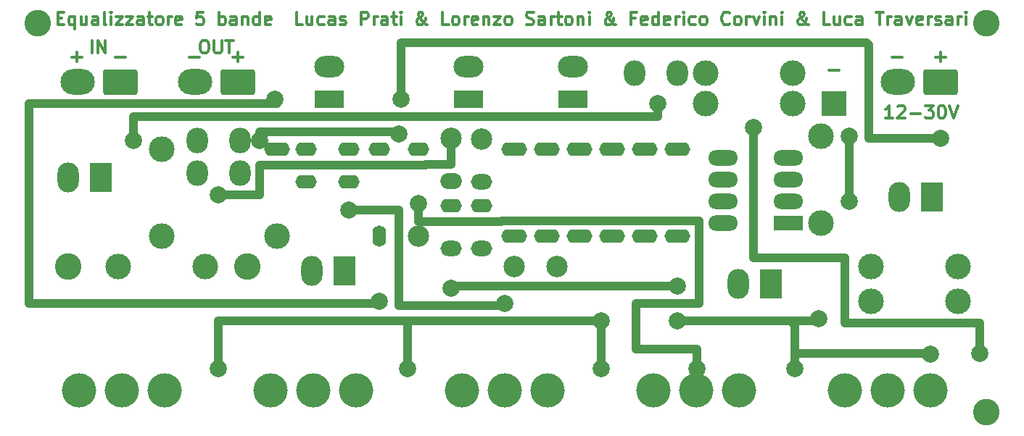
<source format=gbr>
%TF.GenerationSoftware,KiCad,Pcbnew,(5.1.9)-1*%
%TF.CreationDate,2022-01-13T14:55:30+01:00*%
%TF.ProjectId,Equalizzatore Prati,45717561-6c69-47a7-9a61-746f72652050,rev?*%
%TF.SameCoordinates,Original*%
%TF.FileFunction,Copper,L1,Top*%
%TF.FilePolarity,Positive*%
%FSLAX46Y46*%
G04 Gerber Fmt 4.6, Leading zero omitted, Abs format (unit mm)*
G04 Created by KiCad (PCBNEW (5.1.9)-1) date 2022-01-13 14:55:30*
%MOMM*%
%LPD*%
G01*
G04 APERTURE LIST*
%TA.AperFunction,NonConductor*%
%ADD10C,0.300000*%
%TD*%
%TA.AperFunction,ComponentPad*%
%ADD11R,2.500000X3.500000*%
%TD*%
%TA.AperFunction,ComponentPad*%
%ADD12O,2.500000X3.500000*%
%TD*%
%TA.AperFunction,ComponentPad*%
%ADD13R,3.500000X2.000000*%
%TD*%
%TA.AperFunction,ComponentPad*%
%ADD14O,3.500000X2.500000*%
%TD*%
%TA.AperFunction,ComponentPad*%
%ADD15O,2.500000X3.000000*%
%TD*%
%TA.AperFunction,ComponentPad*%
%ADD16O,2.500000X1.900000*%
%TD*%
%TA.AperFunction,ComponentPad*%
%ADD17C,2.500000*%
%TD*%
%TA.AperFunction,ComponentPad*%
%ADD18O,2.500000X1.800000*%
%TD*%
%TA.AperFunction,ComponentPad*%
%ADD19O,2.500000X1.600000*%
%TD*%
%TA.AperFunction,ComponentPad*%
%ADD20O,4.000000X3.000000*%
%TD*%
%TA.AperFunction,ComponentPad*%
%ADD21R,3.000000X3.000000*%
%TD*%
%TA.AperFunction,ComponentPad*%
%ADD22C,3.000000*%
%TD*%
%TA.AperFunction,ComponentPad*%
%ADD23C,4.000000*%
%TD*%
%TA.AperFunction,ComponentPad*%
%ADD24O,3.000000X1.600000*%
%TD*%
%TA.AperFunction,ComponentPad*%
%ADD25O,1.600000X2.500000*%
%TD*%
%TA.AperFunction,ComponentPad*%
%ADD26R,3.500000X1.800000*%
%TD*%
%TA.AperFunction,ComponentPad*%
%ADD27O,3.500000X1.800000*%
%TD*%
%TA.AperFunction,ViaPad*%
%ADD28C,3.100000*%
%TD*%
%TA.AperFunction,ViaPad*%
%ADD29C,2.000000*%
%TD*%
%TA.AperFunction,Conductor*%
%ADD30C,1.000000*%
%TD*%
G04 APERTURE END LIST*
D10*
X104444285Y-83458857D02*
X104944285Y-83458857D01*
X105158571Y-84244571D02*
X104444285Y-84244571D01*
X104444285Y-82744571D01*
X105158571Y-82744571D01*
X106444285Y-83244571D02*
X106444285Y-84744571D01*
X106444285Y-84173142D02*
X106301428Y-84244571D01*
X106015714Y-84244571D01*
X105872857Y-84173142D01*
X105801428Y-84101714D01*
X105730000Y-83958857D01*
X105730000Y-83530285D01*
X105801428Y-83387428D01*
X105872857Y-83316000D01*
X106015714Y-83244571D01*
X106301428Y-83244571D01*
X106444285Y-83316000D01*
X107801428Y-83244571D02*
X107801428Y-84244571D01*
X107158571Y-83244571D02*
X107158571Y-84030285D01*
X107230000Y-84173142D01*
X107372857Y-84244571D01*
X107587142Y-84244571D01*
X107730000Y-84173142D01*
X107801428Y-84101714D01*
X109158571Y-84244571D02*
X109158571Y-83458857D01*
X109087142Y-83316000D01*
X108944285Y-83244571D01*
X108658571Y-83244571D01*
X108515714Y-83316000D01*
X109158571Y-84173142D02*
X109015714Y-84244571D01*
X108658571Y-84244571D01*
X108515714Y-84173142D01*
X108444285Y-84030285D01*
X108444285Y-83887428D01*
X108515714Y-83744571D01*
X108658571Y-83673142D01*
X109015714Y-83673142D01*
X109158571Y-83601714D01*
X110087142Y-84244571D02*
X109944285Y-84173142D01*
X109872857Y-84030285D01*
X109872857Y-82744571D01*
X110658571Y-84244571D02*
X110658571Y-83244571D01*
X110658571Y-82744571D02*
X110587142Y-82816000D01*
X110658571Y-82887428D01*
X110730000Y-82816000D01*
X110658571Y-82744571D01*
X110658571Y-82887428D01*
X111230000Y-83244571D02*
X112015714Y-83244571D01*
X111230000Y-84244571D01*
X112015714Y-84244571D01*
X112444285Y-83244571D02*
X113230000Y-83244571D01*
X112444285Y-84244571D01*
X113230000Y-84244571D01*
X114444285Y-84244571D02*
X114444285Y-83458857D01*
X114372857Y-83316000D01*
X114230000Y-83244571D01*
X113944285Y-83244571D01*
X113801428Y-83316000D01*
X114444285Y-84173142D02*
X114301428Y-84244571D01*
X113944285Y-84244571D01*
X113801428Y-84173142D01*
X113730000Y-84030285D01*
X113730000Y-83887428D01*
X113801428Y-83744571D01*
X113944285Y-83673142D01*
X114301428Y-83673142D01*
X114444285Y-83601714D01*
X114944285Y-83244571D02*
X115515714Y-83244571D01*
X115158571Y-82744571D02*
X115158571Y-84030285D01*
X115230000Y-84173142D01*
X115372857Y-84244571D01*
X115515714Y-84244571D01*
X116230000Y-84244571D02*
X116087142Y-84173142D01*
X116015714Y-84101714D01*
X115944285Y-83958857D01*
X115944285Y-83530285D01*
X116015714Y-83387428D01*
X116087142Y-83316000D01*
X116230000Y-83244571D01*
X116444285Y-83244571D01*
X116587142Y-83316000D01*
X116658571Y-83387428D01*
X116730000Y-83530285D01*
X116730000Y-83958857D01*
X116658571Y-84101714D01*
X116587142Y-84173142D01*
X116444285Y-84244571D01*
X116230000Y-84244571D01*
X117372857Y-84244571D02*
X117372857Y-83244571D01*
X117372857Y-83530285D02*
X117444285Y-83387428D01*
X117515714Y-83316000D01*
X117658571Y-83244571D01*
X117801428Y-83244571D01*
X118872857Y-84173142D02*
X118730000Y-84244571D01*
X118444285Y-84244571D01*
X118301428Y-84173142D01*
X118230000Y-84030285D01*
X118230000Y-83458857D01*
X118301428Y-83316000D01*
X118444285Y-83244571D01*
X118730000Y-83244571D01*
X118872857Y-83316000D01*
X118944285Y-83458857D01*
X118944285Y-83601714D01*
X118230000Y-83744571D01*
X121444285Y-82744571D02*
X120730000Y-82744571D01*
X120658571Y-83458857D01*
X120730000Y-83387428D01*
X120872857Y-83316000D01*
X121230000Y-83316000D01*
X121372857Y-83387428D01*
X121444285Y-83458857D01*
X121515714Y-83601714D01*
X121515714Y-83958857D01*
X121444285Y-84101714D01*
X121372857Y-84173142D01*
X121230000Y-84244571D01*
X120872857Y-84244571D01*
X120730000Y-84173142D01*
X120658571Y-84101714D01*
X123301428Y-84244571D02*
X123301428Y-82744571D01*
X123301428Y-83316000D02*
X123444285Y-83244571D01*
X123730000Y-83244571D01*
X123872857Y-83316000D01*
X123944285Y-83387428D01*
X124015714Y-83530285D01*
X124015714Y-83958857D01*
X123944285Y-84101714D01*
X123872857Y-84173142D01*
X123730000Y-84244571D01*
X123444285Y-84244571D01*
X123301428Y-84173142D01*
X125301428Y-84244571D02*
X125301428Y-83458857D01*
X125230000Y-83316000D01*
X125087142Y-83244571D01*
X124801428Y-83244571D01*
X124658571Y-83316000D01*
X125301428Y-84173142D02*
X125158571Y-84244571D01*
X124801428Y-84244571D01*
X124658571Y-84173142D01*
X124587142Y-84030285D01*
X124587142Y-83887428D01*
X124658571Y-83744571D01*
X124801428Y-83673142D01*
X125158571Y-83673142D01*
X125301428Y-83601714D01*
X126015714Y-83244571D02*
X126015714Y-84244571D01*
X126015714Y-83387428D02*
X126087142Y-83316000D01*
X126230000Y-83244571D01*
X126444285Y-83244571D01*
X126587142Y-83316000D01*
X126658571Y-83458857D01*
X126658571Y-84244571D01*
X128015714Y-84244571D02*
X128015714Y-82744571D01*
X128015714Y-84173142D02*
X127872857Y-84244571D01*
X127587142Y-84244571D01*
X127444285Y-84173142D01*
X127372857Y-84101714D01*
X127301428Y-83958857D01*
X127301428Y-83530285D01*
X127372857Y-83387428D01*
X127444285Y-83316000D01*
X127587142Y-83244571D01*
X127872857Y-83244571D01*
X128015714Y-83316000D01*
X129301428Y-84173142D02*
X129158571Y-84244571D01*
X128872857Y-84244571D01*
X128730000Y-84173142D01*
X128658571Y-84030285D01*
X128658571Y-83458857D01*
X128730000Y-83316000D01*
X128872857Y-83244571D01*
X129158571Y-83244571D01*
X129301428Y-83316000D01*
X129372857Y-83458857D01*
X129372857Y-83601714D01*
X128658571Y-83744571D01*
X133015714Y-84244571D02*
X132301428Y-84244571D01*
X132301428Y-82744571D01*
X134158571Y-83244571D02*
X134158571Y-84244571D01*
X133515714Y-83244571D02*
X133515714Y-84030285D01*
X133587142Y-84173142D01*
X133730000Y-84244571D01*
X133944285Y-84244571D01*
X134087142Y-84173142D01*
X134158571Y-84101714D01*
X135515714Y-84173142D02*
X135372857Y-84244571D01*
X135087142Y-84244571D01*
X134944285Y-84173142D01*
X134872857Y-84101714D01*
X134801428Y-83958857D01*
X134801428Y-83530285D01*
X134872857Y-83387428D01*
X134944285Y-83316000D01*
X135087142Y-83244571D01*
X135372857Y-83244571D01*
X135515714Y-83316000D01*
X136801428Y-84244571D02*
X136801428Y-83458857D01*
X136730000Y-83316000D01*
X136587142Y-83244571D01*
X136301428Y-83244571D01*
X136158571Y-83316000D01*
X136801428Y-84173142D02*
X136658571Y-84244571D01*
X136301428Y-84244571D01*
X136158571Y-84173142D01*
X136087142Y-84030285D01*
X136087142Y-83887428D01*
X136158571Y-83744571D01*
X136301428Y-83673142D01*
X136658571Y-83673142D01*
X136801428Y-83601714D01*
X137444285Y-84173142D02*
X137587142Y-84244571D01*
X137872857Y-84244571D01*
X138015714Y-84173142D01*
X138087142Y-84030285D01*
X138087142Y-83958857D01*
X138015714Y-83816000D01*
X137872857Y-83744571D01*
X137658571Y-83744571D01*
X137515714Y-83673142D01*
X137444285Y-83530285D01*
X137444285Y-83458857D01*
X137515714Y-83316000D01*
X137658571Y-83244571D01*
X137872857Y-83244571D01*
X138015714Y-83316000D01*
X139872857Y-84244571D02*
X139872857Y-82744571D01*
X140444285Y-82744571D01*
X140587142Y-82816000D01*
X140658571Y-82887428D01*
X140730000Y-83030285D01*
X140730000Y-83244571D01*
X140658571Y-83387428D01*
X140587142Y-83458857D01*
X140444285Y-83530285D01*
X139872857Y-83530285D01*
X141372857Y-84244571D02*
X141372857Y-83244571D01*
X141372857Y-83530285D02*
X141444285Y-83387428D01*
X141515714Y-83316000D01*
X141658571Y-83244571D01*
X141801428Y-83244571D01*
X142944285Y-84244571D02*
X142944285Y-83458857D01*
X142872857Y-83316000D01*
X142730000Y-83244571D01*
X142444285Y-83244571D01*
X142301428Y-83316000D01*
X142944285Y-84173142D02*
X142801428Y-84244571D01*
X142444285Y-84244571D01*
X142301428Y-84173142D01*
X142230000Y-84030285D01*
X142230000Y-83887428D01*
X142301428Y-83744571D01*
X142444285Y-83673142D01*
X142801428Y-83673142D01*
X142944285Y-83601714D01*
X143444285Y-83244571D02*
X144015714Y-83244571D01*
X143658571Y-82744571D02*
X143658571Y-84030285D01*
X143730000Y-84173142D01*
X143872857Y-84244571D01*
X144015714Y-84244571D01*
X144515714Y-84244571D02*
X144515714Y-83244571D01*
X144515714Y-82744571D02*
X144444285Y-82816000D01*
X144515714Y-82887428D01*
X144587142Y-82816000D01*
X144515714Y-82744571D01*
X144515714Y-82887428D01*
X147587142Y-84244571D02*
X147515714Y-84244571D01*
X147372857Y-84173142D01*
X147158571Y-83958857D01*
X146801428Y-83530285D01*
X146658571Y-83316000D01*
X146587142Y-83101714D01*
X146587142Y-82958857D01*
X146658571Y-82816000D01*
X146801428Y-82744571D01*
X146872857Y-82744571D01*
X147015714Y-82816000D01*
X147087142Y-82958857D01*
X147087142Y-83030285D01*
X147015714Y-83173142D01*
X146944285Y-83244571D01*
X146515714Y-83530285D01*
X146444285Y-83601714D01*
X146372857Y-83744571D01*
X146372857Y-83958857D01*
X146444285Y-84101714D01*
X146515714Y-84173142D01*
X146658571Y-84244571D01*
X146872857Y-84244571D01*
X147015714Y-84173142D01*
X147087142Y-84101714D01*
X147301428Y-83816000D01*
X147372857Y-83601714D01*
X147372857Y-83458857D01*
X150087142Y-84244571D02*
X149372857Y-84244571D01*
X149372857Y-82744571D01*
X150801428Y-84244571D02*
X150658571Y-84173142D01*
X150587142Y-84101714D01*
X150515714Y-83958857D01*
X150515714Y-83530285D01*
X150587142Y-83387428D01*
X150658571Y-83316000D01*
X150801428Y-83244571D01*
X151015714Y-83244571D01*
X151158571Y-83316000D01*
X151230000Y-83387428D01*
X151301428Y-83530285D01*
X151301428Y-83958857D01*
X151230000Y-84101714D01*
X151158571Y-84173142D01*
X151015714Y-84244571D01*
X150801428Y-84244571D01*
X151944285Y-84244571D02*
X151944285Y-83244571D01*
X151944285Y-83530285D02*
X152015714Y-83387428D01*
X152087142Y-83316000D01*
X152230000Y-83244571D01*
X152372857Y-83244571D01*
X153444285Y-84173142D02*
X153301428Y-84244571D01*
X153015714Y-84244571D01*
X152872857Y-84173142D01*
X152801428Y-84030285D01*
X152801428Y-83458857D01*
X152872857Y-83316000D01*
X153015714Y-83244571D01*
X153301428Y-83244571D01*
X153444285Y-83316000D01*
X153515714Y-83458857D01*
X153515714Y-83601714D01*
X152801428Y-83744571D01*
X154158571Y-83244571D02*
X154158571Y-84244571D01*
X154158571Y-83387428D02*
X154230000Y-83316000D01*
X154372857Y-83244571D01*
X154587142Y-83244571D01*
X154730000Y-83316000D01*
X154801428Y-83458857D01*
X154801428Y-84244571D01*
X155372857Y-83244571D02*
X156158571Y-83244571D01*
X155372857Y-84244571D01*
X156158571Y-84244571D01*
X156944285Y-84244571D02*
X156801428Y-84173142D01*
X156730000Y-84101714D01*
X156658571Y-83958857D01*
X156658571Y-83530285D01*
X156730000Y-83387428D01*
X156801428Y-83316000D01*
X156944285Y-83244571D01*
X157158571Y-83244571D01*
X157301428Y-83316000D01*
X157372857Y-83387428D01*
X157444285Y-83530285D01*
X157444285Y-83958857D01*
X157372857Y-84101714D01*
X157301428Y-84173142D01*
X157158571Y-84244571D01*
X156944285Y-84244571D01*
X159158571Y-84173142D02*
X159372857Y-84244571D01*
X159730000Y-84244571D01*
X159872857Y-84173142D01*
X159944285Y-84101714D01*
X160015714Y-83958857D01*
X160015714Y-83816000D01*
X159944285Y-83673142D01*
X159872857Y-83601714D01*
X159730000Y-83530285D01*
X159444285Y-83458857D01*
X159301428Y-83387428D01*
X159230000Y-83316000D01*
X159158571Y-83173142D01*
X159158571Y-83030285D01*
X159230000Y-82887428D01*
X159301428Y-82816000D01*
X159444285Y-82744571D01*
X159801428Y-82744571D01*
X160015714Y-82816000D01*
X161301428Y-84244571D02*
X161301428Y-83458857D01*
X161230000Y-83316000D01*
X161087142Y-83244571D01*
X160801428Y-83244571D01*
X160658571Y-83316000D01*
X161301428Y-84173142D02*
X161158571Y-84244571D01*
X160801428Y-84244571D01*
X160658571Y-84173142D01*
X160587142Y-84030285D01*
X160587142Y-83887428D01*
X160658571Y-83744571D01*
X160801428Y-83673142D01*
X161158571Y-83673142D01*
X161301428Y-83601714D01*
X162015714Y-84244571D02*
X162015714Y-83244571D01*
X162015714Y-83530285D02*
X162087142Y-83387428D01*
X162158571Y-83316000D01*
X162301428Y-83244571D01*
X162444285Y-83244571D01*
X162730000Y-83244571D02*
X163301428Y-83244571D01*
X162944285Y-82744571D02*
X162944285Y-84030285D01*
X163015714Y-84173142D01*
X163158571Y-84244571D01*
X163301428Y-84244571D01*
X164015714Y-84244571D02*
X163872857Y-84173142D01*
X163801428Y-84101714D01*
X163730000Y-83958857D01*
X163730000Y-83530285D01*
X163801428Y-83387428D01*
X163872857Y-83316000D01*
X164015714Y-83244571D01*
X164230000Y-83244571D01*
X164372857Y-83316000D01*
X164444285Y-83387428D01*
X164515714Y-83530285D01*
X164515714Y-83958857D01*
X164444285Y-84101714D01*
X164372857Y-84173142D01*
X164230000Y-84244571D01*
X164015714Y-84244571D01*
X165158571Y-83244571D02*
X165158571Y-84244571D01*
X165158571Y-83387428D02*
X165230000Y-83316000D01*
X165372857Y-83244571D01*
X165587142Y-83244571D01*
X165730000Y-83316000D01*
X165801428Y-83458857D01*
X165801428Y-84244571D01*
X166515714Y-84244571D02*
X166515714Y-83244571D01*
X166515714Y-82744571D02*
X166444285Y-82816000D01*
X166515714Y-82887428D01*
X166587142Y-82816000D01*
X166515714Y-82744571D01*
X166515714Y-82887428D01*
X169587142Y-84244571D02*
X169515714Y-84244571D01*
X169372857Y-84173142D01*
X169158571Y-83958857D01*
X168801428Y-83530285D01*
X168658571Y-83316000D01*
X168587142Y-83101714D01*
X168587142Y-82958857D01*
X168658571Y-82816000D01*
X168801428Y-82744571D01*
X168872857Y-82744571D01*
X169015714Y-82816000D01*
X169087142Y-82958857D01*
X169087142Y-83030285D01*
X169015714Y-83173142D01*
X168944285Y-83244571D01*
X168515714Y-83530285D01*
X168444285Y-83601714D01*
X168372857Y-83744571D01*
X168372857Y-83958857D01*
X168444285Y-84101714D01*
X168515714Y-84173142D01*
X168658571Y-84244571D01*
X168872857Y-84244571D01*
X169015714Y-84173142D01*
X169087142Y-84101714D01*
X169301428Y-83816000D01*
X169372857Y-83601714D01*
X169372857Y-83458857D01*
X171872857Y-83458857D02*
X171372857Y-83458857D01*
X171372857Y-84244571D02*
X171372857Y-82744571D01*
X172087142Y-82744571D01*
X173230000Y-84173142D02*
X173087142Y-84244571D01*
X172801428Y-84244571D01*
X172658571Y-84173142D01*
X172587142Y-84030285D01*
X172587142Y-83458857D01*
X172658571Y-83316000D01*
X172801428Y-83244571D01*
X173087142Y-83244571D01*
X173230000Y-83316000D01*
X173301428Y-83458857D01*
X173301428Y-83601714D01*
X172587142Y-83744571D01*
X174587142Y-84244571D02*
X174587142Y-82744571D01*
X174587142Y-84173142D02*
X174444285Y-84244571D01*
X174158571Y-84244571D01*
X174015714Y-84173142D01*
X173944285Y-84101714D01*
X173872857Y-83958857D01*
X173872857Y-83530285D01*
X173944285Y-83387428D01*
X174015714Y-83316000D01*
X174158571Y-83244571D01*
X174444285Y-83244571D01*
X174587142Y-83316000D01*
X175872857Y-84173142D02*
X175730000Y-84244571D01*
X175444285Y-84244571D01*
X175301428Y-84173142D01*
X175230000Y-84030285D01*
X175230000Y-83458857D01*
X175301428Y-83316000D01*
X175444285Y-83244571D01*
X175730000Y-83244571D01*
X175872857Y-83316000D01*
X175944285Y-83458857D01*
X175944285Y-83601714D01*
X175230000Y-83744571D01*
X176587142Y-84244571D02*
X176587142Y-83244571D01*
X176587142Y-83530285D02*
X176658571Y-83387428D01*
X176730000Y-83316000D01*
X176872857Y-83244571D01*
X177015714Y-83244571D01*
X177515714Y-84244571D02*
X177515714Y-83244571D01*
X177515714Y-82744571D02*
X177444285Y-82816000D01*
X177515714Y-82887428D01*
X177587142Y-82816000D01*
X177515714Y-82744571D01*
X177515714Y-82887428D01*
X178872857Y-84173142D02*
X178730000Y-84244571D01*
X178444285Y-84244571D01*
X178301428Y-84173142D01*
X178230000Y-84101714D01*
X178158571Y-83958857D01*
X178158571Y-83530285D01*
X178230000Y-83387428D01*
X178301428Y-83316000D01*
X178444285Y-83244571D01*
X178730000Y-83244571D01*
X178872857Y-83316000D01*
X179730000Y-84244571D02*
X179587142Y-84173142D01*
X179515714Y-84101714D01*
X179444285Y-83958857D01*
X179444285Y-83530285D01*
X179515714Y-83387428D01*
X179587142Y-83316000D01*
X179730000Y-83244571D01*
X179944285Y-83244571D01*
X180087142Y-83316000D01*
X180158571Y-83387428D01*
X180230000Y-83530285D01*
X180230000Y-83958857D01*
X180158571Y-84101714D01*
X180087142Y-84173142D01*
X179944285Y-84244571D01*
X179730000Y-84244571D01*
X182872857Y-84101714D02*
X182801428Y-84173142D01*
X182587142Y-84244571D01*
X182444285Y-84244571D01*
X182230000Y-84173142D01*
X182087142Y-84030285D01*
X182015714Y-83887428D01*
X181944285Y-83601714D01*
X181944285Y-83387428D01*
X182015714Y-83101714D01*
X182087142Y-82958857D01*
X182230000Y-82816000D01*
X182444285Y-82744571D01*
X182587142Y-82744571D01*
X182801428Y-82816000D01*
X182872857Y-82887428D01*
X183730000Y-84244571D02*
X183587142Y-84173142D01*
X183515714Y-84101714D01*
X183444285Y-83958857D01*
X183444285Y-83530285D01*
X183515714Y-83387428D01*
X183587142Y-83316000D01*
X183730000Y-83244571D01*
X183944285Y-83244571D01*
X184087142Y-83316000D01*
X184158571Y-83387428D01*
X184230000Y-83530285D01*
X184230000Y-83958857D01*
X184158571Y-84101714D01*
X184087142Y-84173142D01*
X183944285Y-84244571D01*
X183730000Y-84244571D01*
X184872857Y-84244571D02*
X184872857Y-83244571D01*
X184872857Y-83530285D02*
X184944285Y-83387428D01*
X185015714Y-83316000D01*
X185158571Y-83244571D01*
X185301428Y-83244571D01*
X185658571Y-83244571D02*
X186015714Y-84244571D01*
X186372857Y-83244571D01*
X186944285Y-84244571D02*
X186944285Y-83244571D01*
X186944285Y-82744571D02*
X186872857Y-82816000D01*
X186944285Y-82887428D01*
X187015714Y-82816000D01*
X186944285Y-82744571D01*
X186944285Y-82887428D01*
X187658571Y-83244571D02*
X187658571Y-84244571D01*
X187658571Y-83387428D02*
X187730000Y-83316000D01*
X187872857Y-83244571D01*
X188087142Y-83244571D01*
X188230000Y-83316000D01*
X188301428Y-83458857D01*
X188301428Y-84244571D01*
X189015714Y-84244571D02*
X189015714Y-83244571D01*
X189015714Y-82744571D02*
X188944285Y-82816000D01*
X189015714Y-82887428D01*
X189087142Y-82816000D01*
X189015714Y-82744571D01*
X189015714Y-82887428D01*
X192087142Y-84244571D02*
X192015714Y-84244571D01*
X191872857Y-84173142D01*
X191658571Y-83958857D01*
X191301428Y-83530285D01*
X191158571Y-83316000D01*
X191087142Y-83101714D01*
X191087142Y-82958857D01*
X191158571Y-82816000D01*
X191301428Y-82744571D01*
X191372857Y-82744571D01*
X191515714Y-82816000D01*
X191587142Y-82958857D01*
X191587142Y-83030285D01*
X191515714Y-83173142D01*
X191444285Y-83244571D01*
X191015714Y-83530285D01*
X190944285Y-83601714D01*
X190872857Y-83744571D01*
X190872857Y-83958857D01*
X190944285Y-84101714D01*
X191015714Y-84173142D01*
X191158571Y-84244571D01*
X191372857Y-84244571D01*
X191515714Y-84173142D01*
X191587142Y-84101714D01*
X191801428Y-83816000D01*
X191872857Y-83601714D01*
X191872857Y-83458857D01*
X194587142Y-84244571D02*
X193872857Y-84244571D01*
X193872857Y-82744571D01*
X195730000Y-83244571D02*
X195730000Y-84244571D01*
X195087142Y-83244571D02*
X195087142Y-84030285D01*
X195158571Y-84173142D01*
X195301428Y-84244571D01*
X195515714Y-84244571D01*
X195658571Y-84173142D01*
X195730000Y-84101714D01*
X197087142Y-84173142D02*
X196944285Y-84244571D01*
X196658571Y-84244571D01*
X196515714Y-84173142D01*
X196444285Y-84101714D01*
X196372857Y-83958857D01*
X196372857Y-83530285D01*
X196444285Y-83387428D01*
X196515714Y-83316000D01*
X196658571Y-83244571D01*
X196944285Y-83244571D01*
X197087142Y-83316000D01*
X198372857Y-84244571D02*
X198372857Y-83458857D01*
X198301428Y-83316000D01*
X198158571Y-83244571D01*
X197872857Y-83244571D01*
X197730000Y-83316000D01*
X198372857Y-84173142D02*
X198230000Y-84244571D01*
X197872857Y-84244571D01*
X197730000Y-84173142D01*
X197658571Y-84030285D01*
X197658571Y-83887428D01*
X197730000Y-83744571D01*
X197872857Y-83673142D01*
X198230000Y-83673142D01*
X198372857Y-83601714D01*
X200015714Y-82744571D02*
X200872857Y-82744571D01*
X200444285Y-84244571D02*
X200444285Y-82744571D01*
X201372857Y-84244571D02*
X201372857Y-83244571D01*
X201372857Y-83530285D02*
X201444285Y-83387428D01*
X201515714Y-83316000D01*
X201658571Y-83244571D01*
X201801428Y-83244571D01*
X202944285Y-84244571D02*
X202944285Y-83458857D01*
X202872857Y-83316000D01*
X202730000Y-83244571D01*
X202444285Y-83244571D01*
X202301428Y-83316000D01*
X202944285Y-84173142D02*
X202801428Y-84244571D01*
X202444285Y-84244571D01*
X202301428Y-84173142D01*
X202230000Y-84030285D01*
X202230000Y-83887428D01*
X202301428Y-83744571D01*
X202444285Y-83673142D01*
X202801428Y-83673142D01*
X202944285Y-83601714D01*
X203515714Y-83244571D02*
X203872857Y-84244571D01*
X204230000Y-83244571D01*
X205372857Y-84173142D02*
X205230000Y-84244571D01*
X204944285Y-84244571D01*
X204801428Y-84173142D01*
X204730000Y-84030285D01*
X204730000Y-83458857D01*
X204801428Y-83316000D01*
X204944285Y-83244571D01*
X205230000Y-83244571D01*
X205372857Y-83316000D01*
X205444285Y-83458857D01*
X205444285Y-83601714D01*
X204730000Y-83744571D01*
X206087142Y-84244571D02*
X206087142Y-83244571D01*
X206087142Y-83530285D02*
X206158571Y-83387428D01*
X206230000Y-83316000D01*
X206372857Y-83244571D01*
X206515714Y-83244571D01*
X206944285Y-84173142D02*
X207087142Y-84244571D01*
X207372857Y-84244571D01*
X207515714Y-84173142D01*
X207587142Y-84030285D01*
X207587142Y-83958857D01*
X207515714Y-83816000D01*
X207372857Y-83744571D01*
X207158571Y-83744571D01*
X207015714Y-83673142D01*
X206944285Y-83530285D01*
X206944285Y-83458857D01*
X207015714Y-83316000D01*
X207158571Y-83244571D01*
X207372857Y-83244571D01*
X207515714Y-83316000D01*
X208872857Y-84244571D02*
X208872857Y-83458857D01*
X208801428Y-83316000D01*
X208658571Y-83244571D01*
X208372857Y-83244571D01*
X208230000Y-83316000D01*
X208872857Y-84173142D02*
X208730000Y-84244571D01*
X208372857Y-84244571D01*
X208230000Y-84173142D01*
X208158571Y-84030285D01*
X208158571Y-83887428D01*
X208230000Y-83744571D01*
X208372857Y-83673142D01*
X208730000Y-83673142D01*
X208872857Y-83601714D01*
X209587142Y-84244571D02*
X209587142Y-83244571D01*
X209587142Y-83530285D02*
X209658571Y-83387428D01*
X209730000Y-83316000D01*
X209872857Y-83244571D01*
X210015714Y-83244571D01*
X210515714Y-84244571D02*
X210515714Y-83244571D01*
X210515714Y-82744571D02*
X210444285Y-82816000D01*
X210515714Y-82887428D01*
X210587142Y-82816000D01*
X210515714Y-82744571D01*
X210515714Y-82887428D01*
X194500571Y-89515142D02*
X195643428Y-89515142D01*
X201946285Y-95166571D02*
X201089142Y-95166571D01*
X201517714Y-95166571D02*
X201517714Y-93666571D01*
X201374857Y-93880857D01*
X201232000Y-94023714D01*
X201089142Y-94095142D01*
X202517714Y-93809428D02*
X202589142Y-93738000D01*
X202732000Y-93666571D01*
X203089142Y-93666571D01*
X203232000Y-93738000D01*
X203303428Y-93809428D01*
X203374857Y-93952285D01*
X203374857Y-94095142D01*
X203303428Y-94309428D01*
X202446285Y-95166571D01*
X203374857Y-95166571D01*
X204017714Y-94595142D02*
X205160571Y-94595142D01*
X205732000Y-93666571D02*
X206660571Y-93666571D01*
X206160571Y-94238000D01*
X206374857Y-94238000D01*
X206517714Y-94309428D01*
X206589142Y-94380857D01*
X206660571Y-94523714D01*
X206660571Y-94880857D01*
X206589142Y-95023714D01*
X206517714Y-95095142D01*
X206374857Y-95166571D01*
X205946285Y-95166571D01*
X205803428Y-95095142D01*
X205732000Y-95023714D01*
X207589142Y-93666571D02*
X207732000Y-93666571D01*
X207874857Y-93738000D01*
X207946285Y-93809428D01*
X208017714Y-93952285D01*
X208089142Y-94238000D01*
X208089142Y-94595142D01*
X208017714Y-94880857D01*
X207946285Y-95023714D01*
X207874857Y-95095142D01*
X207732000Y-95166571D01*
X207589142Y-95166571D01*
X207446285Y-95095142D01*
X207374857Y-95023714D01*
X207303428Y-94880857D01*
X207232000Y-94595142D01*
X207232000Y-94238000D01*
X207303428Y-93952285D01*
X207374857Y-93809428D01*
X207446285Y-93738000D01*
X207589142Y-93666571D01*
X208517714Y-93666571D02*
X209017714Y-95166571D01*
X209517714Y-93666571D01*
X121436000Y-86046571D02*
X121721714Y-86046571D01*
X121864571Y-86118000D01*
X122007428Y-86260857D01*
X122078857Y-86546571D01*
X122078857Y-87046571D01*
X122007428Y-87332285D01*
X121864571Y-87475142D01*
X121721714Y-87546571D01*
X121436000Y-87546571D01*
X121293142Y-87475142D01*
X121150285Y-87332285D01*
X121078857Y-87046571D01*
X121078857Y-86546571D01*
X121150285Y-86260857D01*
X121293142Y-86118000D01*
X121436000Y-86046571D01*
X122721714Y-86046571D02*
X122721714Y-87260857D01*
X122793142Y-87403714D01*
X122864571Y-87475142D01*
X123007428Y-87546571D01*
X123293142Y-87546571D01*
X123436000Y-87475142D01*
X123507428Y-87403714D01*
X123578857Y-87260857D01*
X123578857Y-86046571D01*
X124078857Y-86046571D02*
X124936000Y-86046571D01*
X124507428Y-87546571D02*
X124507428Y-86046571D01*
X108434285Y-87546571D02*
X108434285Y-86046571D01*
X109148571Y-87546571D02*
X109148571Y-86046571D01*
X110005714Y-87546571D01*
X110005714Y-86046571D01*
X106108571Y-87991142D02*
X107251428Y-87991142D01*
X106680000Y-88562571D02*
X106680000Y-87419714D01*
X124904571Y-87991142D02*
X126047428Y-87991142D01*
X125476000Y-88562571D02*
X125476000Y-87419714D01*
X119824571Y-87991142D02*
X120967428Y-87991142D01*
X111188571Y-87991142D02*
X112331428Y-87991142D01*
X201866571Y-87991142D02*
X203009428Y-87991142D01*
X206946571Y-87991142D02*
X208089428Y-87991142D01*
X207518000Y-88562571D02*
X207518000Y-87419714D01*
D11*
%TO.P,C1,1*%
%TO.N,Net-(C1-Pad1)*%
X109474000Y-102108000D03*
D12*
%TO.P,C1,2*%
%TO.N,Net-(C1-Pad2)*%
X105674000Y-102108000D03*
%TD*%
D13*
%TO.P,C2,1*%
%TO.N,VDD*%
X152400000Y-92964000D03*
D14*
%TO.P,C2,2*%
%TO.N,Net-(C2-Pad2)*%
X152400000Y-89164000D03*
%TD*%
D13*
%TO.P,C3,1*%
%TO.N,Net-(C2-Pad2)*%
X164592000Y-92964000D03*
D14*
%TO.P,C3,2*%
%TO.N,GND*%
X164592000Y-89164000D03*
%TD*%
D12*
%TO.P,C4,2*%
%TO.N,Net-(C4-Pad2)*%
X183906000Y-114554000D03*
D11*
%TO.P,C4,1*%
%TO.N,Net-(C4-Pad1)*%
X187706000Y-114554000D03*
%TD*%
%TO.P,C5,1*%
%TO.N,VDD*%
X206502000Y-104394000D03*
D12*
%TO.P,C5,2*%
%TO.N,GND*%
X202702000Y-104394000D03*
%TD*%
D15*
%TO.P,C6,1*%
%TO.N,Net-(C6-Pad1)*%
X176784000Y-89916000D03*
%TO.P,C6,2*%
%TO.N,GND*%
X171784000Y-89916000D03*
%TD*%
D11*
%TO.P,C7,1*%
%TO.N,Net-(C7-Pad1)*%
X137922000Y-113030000D03*
D12*
%TO.P,C7,2*%
%TO.N,Net-(C7-Pad2)*%
X134122000Y-113030000D03*
%TD*%
D14*
%TO.P,C8,2*%
%TO.N,Net-(C8-Pad2)*%
X136144000Y-89164000D03*
D13*
%TO.P,C8,1*%
%TO.N,Net-(C7-Pad1)*%
X136144000Y-92964000D03*
%TD*%
D15*
%TO.P,C9,1*%
%TO.N,GND*%
X120730000Y-101600000D03*
%TO.P,C9,2*%
%TO.N,Net-(C10-Pad1)*%
X125730000Y-101600000D03*
%TD*%
D16*
%TO.P,C10,2*%
%TO.N,Net-(C10-Pad2)*%
X150368000Y-102536000D03*
D17*
%TO.P,C10,1*%
%TO.N,Net-(C10-Pad1)*%
X150368000Y-97536000D03*
%TD*%
D15*
%TO.P,C11,1*%
%TO.N,GND*%
X120730000Y-97790000D03*
%TO.P,C11,2*%
%TO.N,Net-(C11-Pad2)*%
X125730000Y-97790000D03*
%TD*%
D18*
%TO.P,C12,2*%
%TO.N,Net-(C12-Pad2)*%
X153924000Y-102616000D03*
D17*
%TO.P,C12,1*%
%TO.N,Net-(C11-Pad2)*%
X153924000Y-97616000D03*
%TD*%
D19*
%TO.P,C13,1*%
%TO.N,GND*%
X133430000Y-98806000D03*
%TO.P,C13,2*%
%TO.N,Net-(C13-Pad2)*%
X138430000Y-98806000D03*
%TD*%
%TO.P,C14,2*%
%TO.N,Net-(C14-Pad2)*%
X153924000Y-105410000D03*
D18*
%TO.P,C14,1*%
%TO.N,Net-(C13-Pad2)*%
X153924000Y-110410000D03*
%TD*%
D19*
%TO.P,C15,1*%
%TO.N,GND*%
X133430000Y-102616000D03*
%TO.P,C15,2*%
%TO.N,Net-(C15-Pad2)*%
X138430000Y-102616000D03*
%TD*%
%TO.P,C16,2*%
%TO.N,Net-(C16-Pad2)*%
X150368000Y-105410000D03*
D18*
%TO.P,C16,1*%
%TO.N,Net-(C15-Pad2)*%
X150368000Y-110410000D03*
%TD*%
D17*
%TO.P,C17,2*%
%TO.N,Net-(C17-Pad2)*%
X157734000Y-112522000D03*
%TO.P,C17,1*%
%TO.N,Net-(C17-Pad1)*%
X162734000Y-112522000D03*
%TD*%
%TO.P,J1,1*%
%TO.N,GND*%
%TA.AperFunction,ComponentPad*%
G36*
G01*
X113760000Y-89711000D02*
X113760000Y-92153000D01*
G75*
G02*
X113481000Y-92432000I-279000J0D01*
G01*
X110039000Y-92432000D01*
G75*
G02*
X109760000Y-92153000I0J279000D01*
G01*
X109760000Y-89711000D01*
G75*
G02*
X110039000Y-89432000I279000J0D01*
G01*
X113481000Y-89432000D01*
G75*
G02*
X113760000Y-89711000I0J-279000D01*
G01*
G37*
%TD.AperFunction*%
D20*
%TO.P,J1,2*%
%TO.N,Net-(C1-Pad1)*%
X106760000Y-90932000D03*
%TD*%
%TO.P,J2,1*%
%TO.N,VDD*%
%TA.AperFunction,ComponentPad*%
G36*
G01*
X209518000Y-89711000D02*
X209518000Y-92153000D01*
G75*
G02*
X209239000Y-92432000I-279000J0D01*
G01*
X205797000Y-92432000D01*
G75*
G02*
X205518000Y-92153000I0J279000D01*
G01*
X205518000Y-89711000D01*
G75*
G02*
X205797000Y-89432000I279000J0D01*
G01*
X209239000Y-89432000D01*
G75*
G02*
X209518000Y-89711000I0J-279000D01*
G01*
G37*
%TD.AperFunction*%
%TO.P,J2,2*%
%TO.N,GND*%
X202518000Y-90932000D03*
%TD*%
%TO.P,J3,2*%
%TO.N,GND*%
X120476000Y-90932000D03*
%TO.P,J3,1*%
%TO.N,Net-(C8-Pad2)*%
%TA.AperFunction,ComponentPad*%
G36*
G01*
X127476000Y-89711000D02*
X127476000Y-92153000D01*
G75*
G02*
X127197000Y-92432000I-279000J0D01*
G01*
X123755000Y-92432000D01*
G75*
G02*
X123476000Y-92153000I0J279000D01*
G01*
X123476000Y-89711000D01*
G75*
G02*
X123755000Y-89432000I279000J0D01*
G01*
X127197000Y-89432000D01*
G75*
G02*
X127476000Y-89711000I0J-279000D01*
G01*
G37*
%TD.AperFunction*%
%TD*%
D21*
%TO.P,J4,1*%
%TO.N,GND*%
X195072000Y-93472000D03*
%TD*%
D22*
%TO.P,R1,1*%
%TO.N,Net-(C1-Pad2)*%
X180086000Y-93472000D03*
%TO.P,R1,2*%
%TO.N,Net-(R1-Pad2)*%
X190246000Y-93472000D03*
%TD*%
%TO.P,R2,2*%
%TO.N,Net-(C4-Pad1)*%
X193548000Y-107442000D03*
%TO.P,R2,1*%
%TO.N,Net-(R1-Pad2)*%
X193548000Y-97282000D03*
%TD*%
%TO.P,R3,2*%
%TO.N,Net-(C2-Pad2)*%
X199390000Y-112522000D03*
%TO.P,R3,1*%
%TO.N,VDD*%
X209550000Y-112522000D03*
%TD*%
%TO.P,R4,2*%
%TO.N,GND*%
X209550000Y-116586000D03*
%TO.P,R4,1*%
%TO.N,Net-(C2-Pad2)*%
X199390000Y-116586000D03*
%TD*%
D23*
%TO.P,R5,3*%
%TO.N,Net-(C4-Pad2)*%
X116934000Y-127000000D03*
%TO.P,R5,2*%
%TO.N,Net-(R13-Pad1)*%
X111934000Y-127000000D03*
%TO.P,R5,1*%
%TO.N,Net-(C6-Pad1)*%
X106934000Y-127000000D03*
%TD*%
%TO.P,R6,1*%
%TO.N,Net-(C6-Pad1)*%
X129286000Y-127000000D03*
%TO.P,R6,2*%
%TO.N,Net-(R15-Pad1)*%
X134286000Y-127000000D03*
%TO.P,R6,3*%
%TO.N,Net-(C4-Pad2)*%
X139286000Y-127000000D03*
%TD*%
%TO.P,R7,3*%
%TO.N,Net-(C4-Pad2)*%
X161638000Y-127000000D03*
%TO.P,R7,2*%
%TO.N,Net-(R17-Pad1)*%
X156638000Y-127000000D03*
%TO.P,R7,1*%
%TO.N,Net-(C6-Pad1)*%
X151638000Y-127000000D03*
%TD*%
%TO.P,R8,1*%
%TO.N,Net-(C6-Pad1)*%
X173990000Y-127000000D03*
%TO.P,R8,2*%
%TO.N,Net-(R19-Pad1)*%
X178990000Y-127000000D03*
%TO.P,R8,3*%
%TO.N,Net-(C4-Pad2)*%
X183990000Y-127000000D03*
%TD*%
%TO.P,R9,3*%
%TO.N,Net-(C4-Pad2)*%
X206342000Y-127000000D03*
%TO.P,R9,2*%
%TO.N,Net-(C17-Pad1)*%
X201342000Y-127000000D03*
%TO.P,R9,1*%
%TO.N,Net-(C6-Pad1)*%
X196342000Y-127000000D03*
%TD*%
D22*
%TO.P,R10,1*%
%TO.N,Net-(C7-Pad2)*%
X121666000Y-112522000D03*
%TO.P,R10,2*%
%TO.N,Net-(C6-Pad1)*%
X111506000Y-112522000D03*
%TD*%
%TO.P,R11,2*%
%TO.N,Net-(C6-Pad1)*%
X180086000Y-89916000D03*
%TO.P,R11,1*%
%TO.N,GND*%
X190246000Y-89916000D03*
%TD*%
D24*
%TO.P,R12,2*%
%TO.N,Net-(C7-Pad1)*%
X176784000Y-108966000D03*
%TO.P,R12,1*%
%TO.N,Net-(R12-Pad1)*%
X176784000Y-98806000D03*
%TD*%
D22*
%TO.P,R13,1*%
%TO.N,Net-(R13-Pad1)*%
X116586000Y-108966000D03*
%TO.P,R13,2*%
%TO.N,Net-(C10-Pad1)*%
X116586000Y-98806000D03*
%TD*%
D24*
%TO.P,R14,2*%
%TO.N,Net-(R12-Pad1)*%
X172974000Y-98806000D03*
%TO.P,R14,1*%
%TO.N,Net-(C10-Pad2)*%
X172974000Y-108966000D03*
%TD*%
D22*
%TO.P,R15,1*%
%TO.N,Net-(R15-Pad1)*%
X130048000Y-108966000D03*
D24*
%TO.P,R15,2*%
%TO.N,Net-(C11-Pad2)*%
X130048000Y-98806000D03*
%TD*%
%TO.P,R16,1*%
%TO.N,Net-(C12-Pad2)*%
X169164000Y-108966000D03*
%TO.P,R16,2*%
%TO.N,Net-(R12-Pad1)*%
X169164000Y-98806000D03*
%TD*%
D19*
%TO.P,R17,2*%
%TO.N,Net-(C13-Pad2)*%
X141986000Y-98806000D03*
D25*
%TO.P,R17,1*%
%TO.N,Net-(R17-Pad1)*%
X141986000Y-108966000D03*
%TD*%
D24*
%TO.P,R18,1*%
%TO.N,Net-(C14-Pad2)*%
X165379001Y-108966000D03*
%TO.P,R18,2*%
%TO.N,Net-(R12-Pad1)*%
X165379001Y-98806000D03*
%TD*%
D17*
%TO.P,R19,1*%
%TO.N,Net-(R19-Pad1)*%
X146558000Y-108966000D03*
D19*
%TO.P,R19,2*%
%TO.N,Net-(C15-Pad2)*%
X146558000Y-98806000D03*
%TD*%
D24*
%TO.P,R20,1*%
%TO.N,Net-(C16-Pad2)*%
X161544000Y-108966000D03*
%TO.P,R20,2*%
%TO.N,Net-(R12-Pad1)*%
X161544000Y-98806000D03*
%TD*%
%TO.P,R21,2*%
%TO.N,Net-(R12-Pad1)*%
X157734000Y-98806000D03*
%TO.P,R21,1*%
%TO.N,Net-(C17-Pad2)*%
X157734000Y-108966000D03*
%TD*%
D26*
%TO.P,U1,1*%
%TO.N,Net-(C4-Pad1)*%
X189738000Y-107442000D03*
D27*
%TO.P,U1,5*%
%TO.N,Net-(C2-Pad2)*%
X182118000Y-99822000D03*
%TO.P,U1,2*%
%TO.N,Net-(R1-Pad2)*%
X189738000Y-104902000D03*
%TO.P,U1,6*%
%TO.N,Net-(R12-Pad1)*%
X182118000Y-102362000D03*
%TO.P,U1,3*%
%TO.N,Net-(C2-Pad2)*%
X189738000Y-102362000D03*
%TO.P,U1,7*%
%TO.N,Net-(C7-Pad1)*%
X182118000Y-104902000D03*
%TO.P,U1,4*%
%TO.N,GND*%
X189738000Y-99822000D03*
%TO.P,U1,8*%
%TO.N,VDD*%
X182118000Y-107442000D03*
%TD*%
D28*
%TO.N,*%
X212852000Y-84074000D03*
X212852000Y-129540000D03*
X105664000Y-112522000D03*
X102108000Y-84074000D03*
X126619000Y-112522000D03*
D29*
%TO.N,Net-(C1-Pad2)*%
X113284000Y-97790000D03*
X174498000Y-93472000D03*
%TO.N,Net-(C4-Pad2)*%
X176784000Y-118872000D03*
X167894000Y-118872000D03*
X193294000Y-118618000D03*
X123190000Y-124460000D03*
X145288000Y-124460000D03*
X167894000Y-124460000D03*
X190500000Y-124460000D03*
X206342000Y-122776000D03*
%TO.N,Net-(C10-Pad1)*%
X123190000Y-104140000D03*
%TO.N,VDD*%
X207518000Y-97536000D03*
X144526000Y-92964000D03*
%TO.N,Net-(C6-Pad1)*%
X212090000Y-122682000D03*
X185674000Y-96266000D03*
%TO.N,Net-(C7-Pad1)*%
X129794000Y-92964000D03*
X176784000Y-114808000D03*
X150368000Y-115062000D03*
X141986000Y-116586000D03*
%TO.N,Net-(C11-Pad2)*%
X144272000Y-97028000D03*
X128016000Y-97790000D03*
%TO.N,Net-(R1-Pad2)*%
X196850000Y-97282000D03*
X196850000Y-104902000D03*
%TO.N,Net-(R17-Pad1)*%
X156638000Y-116840000D03*
X138430000Y-105918000D03*
%TO.N,Net-(R19-Pad1)*%
X179070000Y-124460000D03*
X146558000Y-105156000D03*
%TD*%
D30*
%TO.N,Net-(C1-Pad2)*%
X174498000Y-93472000D02*
X174498000Y-94996000D01*
X113284000Y-95504000D02*
X113284000Y-95226010D01*
X113284000Y-95504000D02*
X113284000Y-97790000D01*
X174498000Y-94996000D02*
X113284000Y-94996000D01*
%TO.N,Net-(C4-Pad2)*%
X189992000Y-118872000D02*
X190500000Y-118872000D01*
X176784000Y-118872000D02*
X189992000Y-118872000D01*
X189992000Y-118872000D02*
X190246000Y-119126000D01*
X190246000Y-119126000D02*
X190500000Y-118872000D01*
X190500000Y-118872000D02*
X193040000Y-118872000D01*
X193040000Y-118872000D02*
X193294000Y-118618000D01*
X123190000Y-118872000D02*
X145288000Y-118872000D01*
X145288000Y-118872000D02*
X167894000Y-118872000D01*
X167894000Y-124460000D02*
X167894000Y-118872000D01*
X190500000Y-124206000D02*
X190246000Y-124460000D01*
X123190000Y-118872000D02*
X123190000Y-124460000D01*
X145288000Y-124460000D02*
X145288000Y-118872000D01*
X190500000Y-122682000D02*
X206248000Y-122682000D01*
X190500000Y-118872000D02*
X190500000Y-122682000D01*
X190500000Y-122682000D02*
X190500000Y-124206000D01*
%TO.N,Net-(C10-Pad1)*%
X128016000Y-104140000D02*
X123190000Y-104140000D01*
X128016000Y-100628002D02*
X128016000Y-104140000D01*
X128038001Y-100606001D02*
X128016000Y-100628002D01*
X150368000Y-100584000D02*
X147444002Y-100584000D01*
X147444002Y-100584000D02*
X147422001Y-100606001D01*
X147422001Y-100606001D02*
X128038001Y-100606001D01*
X150368000Y-97536000D02*
X150368000Y-100584000D01*
%TO.N,VDD*%
X207518000Y-97536000D02*
X199136000Y-97536000D01*
X199136000Y-97536000D02*
X199136000Y-86614000D01*
X198882000Y-86360000D02*
X199136000Y-86614000D01*
X144526000Y-86360000D02*
X198882000Y-86360000D01*
X144526000Y-92964000D02*
X144526000Y-86360000D01*
%TO.N,Net-(C6-Pad1)*%
X185674000Y-111506000D02*
X185674000Y-96266000D01*
X196342000Y-111506000D02*
X185674000Y-111506000D01*
X196342000Y-119126000D02*
X196342000Y-111506000D01*
X212090000Y-119126000D02*
X196342000Y-119126000D01*
X212090000Y-119126000D02*
X212090000Y-122682000D01*
%TO.N,Net-(C7-Pad1)*%
X150368000Y-115062000D02*
X150598009Y-114831991D01*
X150598009Y-114808000D02*
X176553991Y-114808000D01*
X101092000Y-93472000D02*
X130048000Y-93472000D01*
X101092000Y-116840000D02*
X101092000Y-93472000D01*
X141732000Y-116840000D02*
X101092000Y-116840000D01*
X141986000Y-116586000D02*
X141732000Y-116840000D01*
%TO.N,Net-(C11-Pad2)*%
X144248010Y-96750010D02*
X144272000Y-96774000D01*
X130325990Y-96750010D02*
X144248010Y-96750010D01*
X128016000Y-96774000D02*
X130302000Y-96774000D01*
X130302000Y-96774000D02*
X130325990Y-96750010D01*
X128016000Y-97790000D02*
X128016000Y-96774000D01*
%TO.N,Net-(R1-Pad2)*%
X196850000Y-104902000D02*
X196850000Y-97282000D01*
%TO.N,Net-(R17-Pad1)*%
X156558000Y-117094000D02*
X144272000Y-117094000D01*
X144272000Y-116840000D02*
X144272000Y-105918000D01*
X144272000Y-105918000D02*
X138430000Y-105918000D01*
%TO.N,Net-(R19-Pad1)*%
X179070000Y-123952000D02*
X179070000Y-124460000D01*
X146558000Y-105156000D02*
X146558000Y-107188000D01*
X159179597Y-107165999D02*
X179301999Y-107165999D01*
X146558000Y-107188000D02*
X146580001Y-107210001D01*
X179324000Y-116840000D02*
X171958000Y-116840000D01*
X146580001Y-107210001D02*
X156244401Y-107210001D01*
X179301999Y-107165999D02*
X179324000Y-107188000D01*
X156244401Y-107210001D02*
X156288412Y-107165990D01*
X156288412Y-107165990D02*
X159179588Y-107165990D01*
X171958000Y-122174000D02*
X179070000Y-122174000D01*
X159179588Y-107165990D02*
X159179597Y-107165999D01*
X179324000Y-107188000D02*
X179324000Y-116840000D01*
X171958000Y-116840000D02*
X171958000Y-122174000D01*
X179070000Y-122174000D02*
X179070000Y-123952000D01*
%TD*%
M02*

</source>
